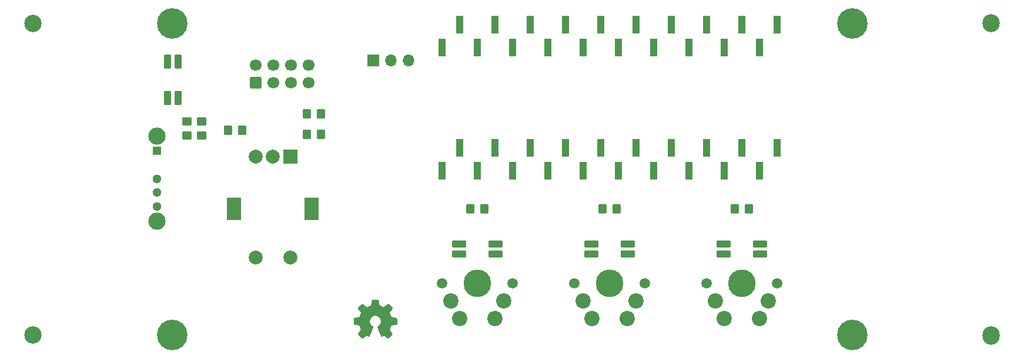
<source format=gbr>
%TF.GenerationSoftware,KiCad,Pcbnew,9.0.2*%
%TF.CreationDate,2025-07-08T15:37:37+02:00*%
%TF.ProjectId,MacroKeyPad,4d616372-6f4b-4657-9950-61642e6b6963,rev?*%
%TF.SameCoordinates,Original*%
%TF.FileFunction,Soldermask,Top*%
%TF.FilePolarity,Negative*%
%FSLAX46Y46*%
G04 Gerber Fmt 4.6, Leading zero omitted, Abs format (unit mm)*
G04 Created by KiCad (PCBNEW 9.0.2) date 2025-07-08 15:37:37*
%MOMM*%
%LPD*%
G01*
G04 APERTURE LIST*
G04 Aperture macros list*
%AMRoundRect*
0 Rectangle with rounded corners*
0 $1 Rounding radius*
0 $2 $3 $4 $5 $6 $7 $8 $9 X,Y pos of 4 corners*
0 Add a 4 corners polygon primitive as box body*
4,1,4,$2,$3,$4,$5,$6,$7,$8,$9,$2,$3,0*
0 Add four circle primitives for the rounded corners*
1,1,$1+$1,$2,$3*
1,1,$1+$1,$4,$5*
1,1,$1+$1,$6,$7*
1,1,$1+$1,$8,$9*
0 Add four rect primitives between the rounded corners*
20,1,$1+$1,$2,$3,$4,$5,0*
20,1,$1+$1,$4,$5,$6,$7,0*
20,1,$1+$1,$6,$7,$8,$9,0*
20,1,$1+$1,$8,$9,$2,$3,0*%
G04 Aperture macros list end*
%ADD10C,0.010000*%
%ADD11C,2.490000*%
%ADD12C,1.300000*%
%ADD13R,1.300000X1.300000*%
%ADD14RoundRect,0.250000X0.350000X0.450000X-0.350000X0.450000X-0.350000X-0.450000X0.350000X-0.450000X0*%
%ADD15RoundRect,0.250000X-0.350000X-0.450000X0.350000X-0.450000X0.350000X0.450000X-0.350000X0.450000X0*%
%ADD16RoundRect,0.250000X0.450000X-0.350000X0.450000X0.350000X-0.450000X0.350000X-0.450000X-0.350000X0*%
%ADD17RoundRect,0.250000X0.600000X-0.600000X0.600000X0.600000X-0.600000X0.600000X-0.600000X-0.600000X0*%
%ADD18C,1.700000*%
%ADD19C,1.498600*%
%ADD20C,3.987800*%
%ADD21C,2.200000*%
%ADD22RoundRect,0.102000X0.900000X0.410000X-0.900000X0.410000X-0.900000X-0.410000X0.900000X-0.410000X0*%
%ADD23C,2.500000*%
%ADD24C,2.600000*%
%ADD25C,4.400000*%
%ADD26RoundRect,0.102000X0.410000X-0.900000X0.410000X0.900000X-0.410000X0.900000X-0.410000X-0.900000X0*%
%ADD27R,1.700000X1.700000*%
%ADD28O,1.700000X1.700000*%
%ADD29R,2.000000X2.000000*%
%ADD30C,2.000000*%
%ADD31R,2.000000X3.200000*%
%ADD32R,1.000000X2.510000*%
G04 APERTURE END LIST*
D10*
%TO.C,REF\u002A\u002A*%
X145399878Y-96075622D02*
X145505612Y-96076201D01*
X145582132Y-96077768D01*
X145634372Y-96080818D01*
X145667263Y-96085842D01*
X145685737Y-96093335D01*
X145694727Y-96103790D01*
X145699163Y-96117699D01*
X145699594Y-96119500D01*
X145706333Y-96151991D01*
X145718808Y-96216098D01*
X145735719Y-96304997D01*
X145755771Y-96411865D01*
X145777664Y-96529879D01*
X145778429Y-96534024D01*
X145800359Y-96649677D01*
X145820877Y-96751860D01*
X145838659Y-96834444D01*
X145852381Y-96891302D01*
X145860718Y-96916304D01*
X145861116Y-96916747D01*
X145885677Y-96928956D01*
X145936315Y-96949302D01*
X146002095Y-96973391D01*
X146002461Y-96973520D01*
X146085317Y-97004664D01*
X146183000Y-97044337D01*
X146275077Y-97084227D01*
X146279434Y-97086199D01*
X146429407Y-97154266D01*
X146761498Y-96927485D01*
X146863374Y-96858350D01*
X146955657Y-96796543D01*
X147033003Y-96745579D01*
X147090064Y-96708973D01*
X147121495Y-96690240D01*
X147124479Y-96688850D01*
X147147321Y-96695036D01*
X147189982Y-96724881D01*
X147254128Y-96779793D01*
X147341421Y-96861180D01*
X147430535Y-96947768D01*
X147516441Y-97033093D01*
X147593327Y-97110954D01*
X147656564Y-97176543D01*
X147701523Y-97225051D01*
X147723576Y-97251671D01*
X147724396Y-97253041D01*
X147726834Y-97271309D01*
X147717650Y-97301141D01*
X147694574Y-97346567D01*
X147655337Y-97411616D01*
X147597670Y-97500316D01*
X147520795Y-97614503D01*
X147452570Y-97715008D01*
X147391582Y-97805149D01*
X147341356Y-97879695D01*
X147305416Y-97933411D01*
X147287287Y-97961064D01*
X147286146Y-97962941D01*
X147288359Y-97989436D01*
X147305138Y-98040932D01*
X147333142Y-98107697D01*
X147343122Y-98129018D01*
X147386672Y-98224005D01*
X147433134Y-98331783D01*
X147470877Y-98425038D01*
X147498073Y-98494252D01*
X147519675Y-98546852D01*
X147532158Y-98574343D01*
X147533709Y-98576462D01*
X147556668Y-98579970D01*
X147610786Y-98589584D01*
X147688868Y-98603935D01*
X147783719Y-98621653D01*
X147888143Y-98641371D01*
X147994944Y-98661720D01*
X148096926Y-98681332D01*
X148186894Y-98698837D01*
X148257653Y-98712868D01*
X148302006Y-98722055D01*
X148312885Y-98724653D01*
X148324122Y-98731064D01*
X148332605Y-98745543D01*
X148338714Y-98772979D01*
X148342832Y-98818257D01*
X148345341Y-98886266D01*
X148346621Y-98981893D01*
X148347054Y-99110026D01*
X148347077Y-99162547D01*
X148347077Y-99589691D01*
X148244500Y-99609937D01*
X148187431Y-99620916D01*
X148102269Y-99636941D01*
X147999372Y-99656079D01*
X147889096Y-99676397D01*
X147858615Y-99681978D01*
X147756855Y-99701763D01*
X147668205Y-99721219D01*
X147600108Y-99738543D01*
X147560004Y-99751934D01*
X147553323Y-99755925D01*
X147536919Y-99784188D01*
X147513399Y-99838955D01*
X147487316Y-99909434D01*
X147482142Y-99924615D01*
X147447956Y-100018742D01*
X147405523Y-100124947D01*
X147363997Y-100220319D01*
X147363792Y-100220762D01*
X147294640Y-100370371D01*
X147749512Y-101039463D01*
X147457500Y-101331962D01*
X147369180Y-101419016D01*
X147288625Y-101495755D01*
X147220360Y-101558083D01*
X147168908Y-101601902D01*
X147138794Y-101623116D01*
X147134474Y-101624462D01*
X147109111Y-101613862D01*
X147057358Y-101584393D01*
X146984868Y-101539551D01*
X146897294Y-101482830D01*
X146802612Y-101419308D01*
X146706516Y-101354514D01*
X146620837Y-101298133D01*
X146551016Y-101253634D01*
X146502494Y-101224485D01*
X146480782Y-101214154D01*
X146454293Y-101222896D01*
X146404062Y-101245933D01*
X146340451Y-101278477D01*
X146333708Y-101282095D01*
X146248046Y-101325056D01*
X146189306Y-101346125D01*
X146152772Y-101346349D01*
X146133731Y-101326774D01*
X146133620Y-101326500D01*
X146124102Y-101303318D01*
X146101403Y-101248287D01*
X146067282Y-101165668D01*
X146023500Y-101059718D01*
X145971816Y-100934698D01*
X145913992Y-100794866D01*
X145857991Y-100659483D01*
X145796447Y-100510080D01*
X145739939Y-100371678D01*
X145690161Y-100248519D01*
X145648806Y-100144848D01*
X145617568Y-100064905D01*
X145598141Y-100012934D01*
X145592154Y-99993538D01*
X145607168Y-99971289D01*
X145646439Y-99935828D01*
X145698807Y-99896733D01*
X145847941Y-99773091D01*
X145964511Y-99631368D01*
X146047118Y-99474550D01*
X146094366Y-99305621D01*
X146104857Y-99127568D01*
X146097231Y-99045385D01*
X146055682Y-98874877D01*
X145984123Y-98724305D01*
X145886995Y-98595155D01*
X145768734Y-98488910D01*
X145633780Y-98407056D01*
X145486571Y-98351078D01*
X145331544Y-98322461D01*
X145173139Y-98322690D01*
X145015794Y-98353251D01*
X144863946Y-98415628D01*
X144722035Y-98511306D01*
X144662803Y-98565418D01*
X144549203Y-98704366D01*
X144470106Y-98856207D01*
X144424986Y-99016513D01*
X144413316Y-99180858D01*
X144434569Y-99344817D01*
X144488220Y-99503964D01*
X144573740Y-99653871D01*
X144690605Y-99790113D01*
X144821193Y-99896733D01*
X144875588Y-99937488D01*
X144914014Y-99972564D01*
X144927846Y-99993572D01*
X144920603Y-100016481D01*
X144900005Y-100071211D01*
X144867746Y-100153518D01*
X144825521Y-100259161D01*
X144775023Y-100383896D01*
X144717948Y-100523482D01*
X144661854Y-100659516D01*
X144599967Y-100809047D01*
X144542644Y-100947613D01*
X144491644Y-101070953D01*
X144448727Y-101174810D01*
X144415653Y-101254926D01*
X144394181Y-101307041D01*
X144386225Y-101326500D01*
X144367429Y-101346269D01*
X144331074Y-101346211D01*
X144272479Y-101325287D01*
X144186968Y-101282459D01*
X144186292Y-101282095D01*
X144121907Y-101248858D01*
X144069861Y-101224648D01*
X144040512Y-101214250D01*
X144039217Y-101214154D01*
X144017124Y-101224701D01*
X143968348Y-101254030D01*
X143898331Y-101298673D01*
X143812514Y-101355160D01*
X143717388Y-101419308D01*
X143620540Y-101484257D01*
X143533253Y-101540742D01*
X143461181Y-101585267D01*
X143409977Y-101614336D01*
X143385526Y-101624462D01*
X143363010Y-101611153D01*
X143317742Y-101573958D01*
X143254244Y-101516974D01*
X143177039Y-101444295D01*
X143090651Y-101360017D01*
X143062399Y-101331862D01*
X142770287Y-101039262D01*
X142992631Y-100712950D01*
X143060202Y-100612743D01*
X143119507Y-100522809D01*
X143167217Y-100448356D01*
X143200007Y-100394597D01*
X143214548Y-100366740D01*
X143214974Y-100364758D01*
X143207308Y-100338501D01*
X143186689Y-100285683D01*
X143156685Y-100215156D01*
X143135625Y-100167939D01*
X143096248Y-100077540D01*
X143059165Y-99986212D01*
X143030415Y-99909046D01*
X143022605Y-99885538D01*
X143000417Y-99822762D01*
X142978727Y-99774257D01*
X142966813Y-99755925D01*
X142940523Y-99744705D01*
X142883142Y-99728800D01*
X142802118Y-99710013D01*
X142704895Y-99690145D01*
X142661385Y-99681978D01*
X142550896Y-99661675D01*
X142444916Y-99642016D01*
X142353801Y-99624934D01*
X142287908Y-99612364D01*
X142275500Y-99609937D01*
X142172923Y-99589691D01*
X142172923Y-99162547D01*
X142173153Y-99022092D01*
X142174099Y-98915825D01*
X142176141Y-98838859D01*
X142179662Y-98786306D01*
X142185043Y-98753279D01*
X142192666Y-98734891D01*
X142202912Y-98726254D01*
X142207115Y-98724653D01*
X142232470Y-98718973D01*
X142288484Y-98707641D01*
X142367964Y-98692025D01*
X142463712Y-98673493D01*
X142568533Y-98653415D01*
X142675232Y-98633158D01*
X142776613Y-98614092D01*
X142865479Y-98597585D01*
X142934637Y-98585005D01*
X142976889Y-98577721D01*
X142986290Y-98576462D01*
X142994807Y-98559609D01*
X143013660Y-98514716D01*
X143039324Y-98450276D01*
X143049123Y-98425038D01*
X143088648Y-98327532D01*
X143135192Y-98219805D01*
X143176877Y-98129018D01*
X143207550Y-98059599D01*
X143227956Y-98002556D01*
X143234768Y-97967623D01*
X143233682Y-97962941D01*
X143219285Y-97940837D01*
X143186412Y-97891677D01*
X143138590Y-97820694D01*
X143079348Y-97733124D01*
X143012215Y-97634203D01*
X142998941Y-97614676D01*
X142921046Y-97498986D01*
X142863787Y-97410890D01*
X142824881Y-97346332D01*
X142802044Y-97301257D01*
X142792994Y-97271609D01*
X142795448Y-97253331D01*
X142795511Y-97253215D01*
X142814827Y-97229207D01*
X142857551Y-97182793D01*
X142919051Y-97118783D01*
X142994698Y-97041991D01*
X143079861Y-96957228D01*
X143089465Y-96947768D01*
X143196790Y-96843835D01*
X143279615Y-96767521D01*
X143339605Y-96717417D01*
X143378423Y-96692116D01*
X143395520Y-96688850D01*
X143420473Y-96703096D01*
X143472255Y-96736002D01*
X143545520Y-96784054D01*
X143634920Y-96843736D01*
X143735111Y-96911534D01*
X143758501Y-96927485D01*
X144090593Y-97154266D01*
X144240565Y-97086199D01*
X144331770Y-97046531D01*
X144429669Y-97006637D01*
X144513831Y-96974829D01*
X144517538Y-96973520D01*
X144583369Y-96949422D01*
X144634116Y-96929046D01*
X144658842Y-96916782D01*
X144658884Y-96916747D01*
X144666729Y-96894580D01*
X144680066Y-96840063D01*
X144697570Y-96759326D01*
X144717917Y-96658496D01*
X144739782Y-96543702D01*
X144741571Y-96534024D01*
X144763504Y-96415750D01*
X144783640Y-96308388D01*
X144800680Y-96218763D01*
X144813328Y-96153697D01*
X144820284Y-96120014D01*
X144820406Y-96119500D01*
X144824639Y-96105171D01*
X144832871Y-96094353D01*
X144850033Y-96086552D01*
X144881058Y-96081275D01*
X144930878Y-96078028D01*
X145004424Y-96076318D01*
X145106629Y-96075653D01*
X145242425Y-96075539D01*
X145260000Y-96075538D01*
X145399878Y-96075622D01*
G36*
X145399878Y-96075622D02*
G01*
X145505612Y-96076201D01*
X145582132Y-96077768D01*
X145634372Y-96080818D01*
X145667263Y-96085842D01*
X145685737Y-96093335D01*
X145694727Y-96103790D01*
X145699163Y-96117699D01*
X145699594Y-96119500D01*
X145706333Y-96151991D01*
X145718808Y-96216098D01*
X145735719Y-96304997D01*
X145755771Y-96411865D01*
X145777664Y-96529879D01*
X145778429Y-96534024D01*
X145800359Y-96649677D01*
X145820877Y-96751860D01*
X145838659Y-96834444D01*
X145852381Y-96891302D01*
X145860718Y-96916304D01*
X145861116Y-96916747D01*
X145885677Y-96928956D01*
X145936315Y-96949302D01*
X146002095Y-96973391D01*
X146002461Y-96973520D01*
X146085317Y-97004664D01*
X146183000Y-97044337D01*
X146275077Y-97084227D01*
X146279434Y-97086199D01*
X146429407Y-97154266D01*
X146761498Y-96927485D01*
X146863374Y-96858350D01*
X146955657Y-96796543D01*
X147033003Y-96745579D01*
X147090064Y-96708973D01*
X147121495Y-96690240D01*
X147124479Y-96688850D01*
X147147321Y-96695036D01*
X147189982Y-96724881D01*
X147254128Y-96779793D01*
X147341421Y-96861180D01*
X147430535Y-96947768D01*
X147516441Y-97033093D01*
X147593327Y-97110954D01*
X147656564Y-97176543D01*
X147701523Y-97225051D01*
X147723576Y-97251671D01*
X147724396Y-97253041D01*
X147726834Y-97271309D01*
X147717650Y-97301141D01*
X147694574Y-97346567D01*
X147655337Y-97411616D01*
X147597670Y-97500316D01*
X147520795Y-97614503D01*
X147452570Y-97715008D01*
X147391582Y-97805149D01*
X147341356Y-97879695D01*
X147305416Y-97933411D01*
X147287287Y-97961064D01*
X147286146Y-97962941D01*
X147288359Y-97989436D01*
X147305138Y-98040932D01*
X147333142Y-98107697D01*
X147343122Y-98129018D01*
X147386672Y-98224005D01*
X147433134Y-98331783D01*
X147470877Y-98425038D01*
X147498073Y-98494252D01*
X147519675Y-98546852D01*
X147532158Y-98574343D01*
X147533709Y-98576462D01*
X147556668Y-98579970D01*
X147610786Y-98589584D01*
X147688868Y-98603935D01*
X147783719Y-98621653D01*
X147888143Y-98641371D01*
X147994944Y-98661720D01*
X148096926Y-98681332D01*
X148186894Y-98698837D01*
X148257653Y-98712868D01*
X148302006Y-98722055D01*
X148312885Y-98724653D01*
X148324122Y-98731064D01*
X148332605Y-98745543D01*
X148338714Y-98772979D01*
X148342832Y-98818257D01*
X148345341Y-98886266D01*
X148346621Y-98981893D01*
X148347054Y-99110026D01*
X148347077Y-99162547D01*
X148347077Y-99589691D01*
X148244500Y-99609937D01*
X148187431Y-99620916D01*
X148102269Y-99636941D01*
X147999372Y-99656079D01*
X147889096Y-99676397D01*
X147858615Y-99681978D01*
X147756855Y-99701763D01*
X147668205Y-99721219D01*
X147600108Y-99738543D01*
X147560004Y-99751934D01*
X147553323Y-99755925D01*
X147536919Y-99784188D01*
X147513399Y-99838955D01*
X147487316Y-99909434D01*
X147482142Y-99924615D01*
X147447956Y-100018742D01*
X147405523Y-100124947D01*
X147363997Y-100220319D01*
X147363792Y-100220762D01*
X147294640Y-100370371D01*
X147749512Y-101039463D01*
X147457500Y-101331962D01*
X147369180Y-101419016D01*
X147288625Y-101495755D01*
X147220360Y-101558083D01*
X147168908Y-101601902D01*
X147138794Y-101623116D01*
X147134474Y-101624462D01*
X147109111Y-101613862D01*
X147057358Y-101584393D01*
X146984868Y-101539551D01*
X146897294Y-101482830D01*
X146802612Y-101419308D01*
X146706516Y-101354514D01*
X146620837Y-101298133D01*
X146551016Y-101253634D01*
X146502494Y-101224485D01*
X146480782Y-101214154D01*
X146454293Y-101222896D01*
X146404062Y-101245933D01*
X146340451Y-101278477D01*
X146333708Y-101282095D01*
X146248046Y-101325056D01*
X146189306Y-101346125D01*
X146152772Y-101346349D01*
X146133731Y-101326774D01*
X146133620Y-101326500D01*
X146124102Y-101303318D01*
X146101403Y-101248287D01*
X146067282Y-101165668D01*
X146023500Y-101059718D01*
X145971816Y-100934698D01*
X145913992Y-100794866D01*
X145857991Y-100659483D01*
X145796447Y-100510080D01*
X145739939Y-100371678D01*
X145690161Y-100248519D01*
X145648806Y-100144848D01*
X145617568Y-100064905D01*
X145598141Y-100012934D01*
X145592154Y-99993538D01*
X145607168Y-99971289D01*
X145646439Y-99935828D01*
X145698807Y-99896733D01*
X145847941Y-99773091D01*
X145964511Y-99631368D01*
X146047118Y-99474550D01*
X146094366Y-99305621D01*
X146104857Y-99127568D01*
X146097231Y-99045385D01*
X146055682Y-98874877D01*
X145984123Y-98724305D01*
X145886995Y-98595155D01*
X145768734Y-98488910D01*
X145633780Y-98407056D01*
X145486571Y-98351078D01*
X145331544Y-98322461D01*
X145173139Y-98322690D01*
X145015794Y-98353251D01*
X144863946Y-98415628D01*
X144722035Y-98511306D01*
X144662803Y-98565418D01*
X144549203Y-98704366D01*
X144470106Y-98856207D01*
X144424986Y-99016513D01*
X144413316Y-99180858D01*
X144434569Y-99344817D01*
X144488220Y-99503964D01*
X144573740Y-99653871D01*
X144690605Y-99790113D01*
X144821193Y-99896733D01*
X144875588Y-99937488D01*
X144914014Y-99972564D01*
X144927846Y-99993572D01*
X144920603Y-100016481D01*
X144900005Y-100071211D01*
X144867746Y-100153518D01*
X144825521Y-100259161D01*
X144775023Y-100383896D01*
X144717948Y-100523482D01*
X144661854Y-100659516D01*
X144599967Y-100809047D01*
X144542644Y-100947613D01*
X144491644Y-101070953D01*
X144448727Y-101174810D01*
X144415653Y-101254926D01*
X144394181Y-101307041D01*
X144386225Y-101326500D01*
X144367429Y-101346269D01*
X144331074Y-101346211D01*
X144272479Y-101325287D01*
X144186968Y-101282459D01*
X144186292Y-101282095D01*
X144121907Y-101248858D01*
X144069861Y-101224648D01*
X144040512Y-101214250D01*
X144039217Y-101214154D01*
X144017124Y-101224701D01*
X143968348Y-101254030D01*
X143898331Y-101298673D01*
X143812514Y-101355160D01*
X143717388Y-101419308D01*
X143620540Y-101484257D01*
X143533253Y-101540742D01*
X143461181Y-101585267D01*
X143409977Y-101614336D01*
X143385526Y-101624462D01*
X143363010Y-101611153D01*
X143317742Y-101573958D01*
X143254244Y-101516974D01*
X143177039Y-101444295D01*
X143090651Y-101360017D01*
X143062399Y-101331862D01*
X142770287Y-101039262D01*
X142992631Y-100712950D01*
X143060202Y-100612743D01*
X143119507Y-100522809D01*
X143167217Y-100448356D01*
X143200007Y-100394597D01*
X143214548Y-100366740D01*
X143214974Y-100364758D01*
X143207308Y-100338501D01*
X143186689Y-100285683D01*
X143156685Y-100215156D01*
X143135625Y-100167939D01*
X143096248Y-100077540D01*
X143059165Y-99986212D01*
X143030415Y-99909046D01*
X143022605Y-99885538D01*
X143000417Y-99822762D01*
X142978727Y-99774257D01*
X142966813Y-99755925D01*
X142940523Y-99744705D01*
X142883142Y-99728800D01*
X142802118Y-99710013D01*
X142704895Y-99690145D01*
X142661385Y-99681978D01*
X142550896Y-99661675D01*
X142444916Y-99642016D01*
X142353801Y-99624934D01*
X142287908Y-99612364D01*
X142275500Y-99609937D01*
X142172923Y-99589691D01*
X142172923Y-99162547D01*
X142173153Y-99022092D01*
X142174099Y-98915825D01*
X142176141Y-98838859D01*
X142179662Y-98786306D01*
X142185043Y-98753279D01*
X142192666Y-98734891D01*
X142202912Y-98726254D01*
X142207115Y-98724653D01*
X142232470Y-98718973D01*
X142288484Y-98707641D01*
X142367964Y-98692025D01*
X142463712Y-98673493D01*
X142568533Y-98653415D01*
X142675232Y-98633158D01*
X142776613Y-98614092D01*
X142865479Y-98597585D01*
X142934637Y-98585005D01*
X142976889Y-98577721D01*
X142986290Y-98576462D01*
X142994807Y-98559609D01*
X143013660Y-98514716D01*
X143039324Y-98450276D01*
X143049123Y-98425038D01*
X143088648Y-98327532D01*
X143135192Y-98219805D01*
X143176877Y-98129018D01*
X143207550Y-98059599D01*
X143227956Y-98002556D01*
X143234768Y-97967623D01*
X143233682Y-97962941D01*
X143219285Y-97940837D01*
X143186412Y-97891677D01*
X143138590Y-97820694D01*
X143079348Y-97733124D01*
X143012215Y-97634203D01*
X142998941Y-97614676D01*
X142921046Y-97498986D01*
X142863787Y-97410890D01*
X142824881Y-97346332D01*
X142802044Y-97301257D01*
X142792994Y-97271609D01*
X142795448Y-97253331D01*
X142795511Y-97253215D01*
X142814827Y-97229207D01*
X142857551Y-97182793D01*
X142919051Y-97118783D01*
X142994698Y-97041991D01*
X143079861Y-96957228D01*
X143089465Y-96947768D01*
X143196790Y-96843835D01*
X143279615Y-96767521D01*
X143339605Y-96717417D01*
X143378423Y-96692116D01*
X143395520Y-96688850D01*
X143420473Y-96703096D01*
X143472255Y-96736002D01*
X143545520Y-96784054D01*
X143634920Y-96843736D01*
X143735111Y-96911534D01*
X143758501Y-96927485D01*
X144090593Y-97154266D01*
X144240565Y-97086199D01*
X144331770Y-97046531D01*
X144429669Y-97006637D01*
X144513831Y-96974829D01*
X144517538Y-96973520D01*
X144583369Y-96949422D01*
X144634116Y-96929046D01*
X144658842Y-96916782D01*
X144658884Y-96916747D01*
X144666729Y-96894580D01*
X144680066Y-96840063D01*
X144697570Y-96759326D01*
X144717917Y-96658496D01*
X144739782Y-96543702D01*
X144741571Y-96534024D01*
X144763504Y-96415750D01*
X144783640Y-96308388D01*
X144800680Y-96218763D01*
X144813328Y-96153697D01*
X144820284Y-96120014D01*
X144820406Y-96119500D01*
X144824639Y-96105171D01*
X144832871Y-96094353D01*
X144850033Y-96086552D01*
X144881058Y-96081275D01*
X144930878Y-96078028D01*
X145004424Y-96076318D01*
X145106629Y-96075653D01*
X145242425Y-96075539D01*
X145260000Y-96075538D01*
X145399878Y-96075622D01*
G37*
%TD*%
D11*
%TO.C,J3*%
X113880000Y-84770000D03*
X113880000Y-72470000D03*
D12*
X113880000Y-82620000D03*
X113880000Y-80620000D03*
X113880000Y-78620000D03*
D13*
X113880000Y-74620000D03*
%TD*%
D14*
%TO.C,R4*%
X180050000Y-83000000D03*
X178050000Y-83000000D03*
%TD*%
%TO.C,R5*%
X199100000Y-83000000D03*
X197100000Y-83000000D03*
%TD*%
D15*
%TO.C,R2*%
X124110000Y-71660000D03*
X126110000Y-71660000D03*
%TD*%
D16*
%TO.C,R7*%
X118120000Y-72360000D03*
X118120000Y-70360000D03*
%TD*%
D17*
%TO.C,J1*%
X128050000Y-64740500D03*
D18*
X128050000Y-62200500D03*
X130590000Y-64740500D03*
X130590000Y-62200500D03*
X133130000Y-64740500D03*
X133130000Y-62200500D03*
X135670000Y-64740500D03*
X135670000Y-62200500D03*
%TD*%
D19*
%TO.C,SW3*%
X184130000Y-93760000D03*
D20*
X179050000Y-93760000D03*
D19*
X173970000Y-93760000D03*
D21*
X182860000Y-96300000D03*
X175240000Y-96300000D03*
X181590000Y-98840000D03*
X176510000Y-98840000D03*
D22*
X181650000Y-89510000D03*
X181650000Y-88010000D03*
X176450000Y-88010000D03*
X176450000Y-89510000D03*
%TD*%
D23*
%TO.C,REF\u002A\u002A*%
X96010000Y-56210000D03*
X96010000Y-56210000D03*
%TD*%
D19*
%TO.C,SW1*%
X165080000Y-93760000D03*
D20*
X160000000Y-93760000D03*
D19*
X154920000Y-93760000D03*
D21*
X163810000Y-96300000D03*
X156190000Y-96300000D03*
X162540000Y-98840000D03*
X157460000Y-98840000D03*
D22*
X162600000Y-89510000D03*
X162600000Y-88010000D03*
X157400000Y-88010000D03*
X157400000Y-89510000D03*
%TD*%
D14*
%TO.C,R8*%
X137460000Y-69220000D03*
X135460000Y-69220000D03*
%TD*%
D16*
%TO.C,R6*%
X120290000Y-72360000D03*
X120290000Y-70360000D03*
%TD*%
D23*
%TO.C,REF\u002A\u002A*%
X234010000Y-101210000D03*
X234010000Y-101310000D03*
%TD*%
D24*
%TO.C,REF\u002A\u002A*%
X214010000Y-56210000D03*
D25*
X214010000Y-56210000D03*
%TD*%
D26*
%TO.C,D2*%
X116890000Y-61750000D03*
X115390000Y-61750000D03*
X115390000Y-66950000D03*
X116890000Y-66950000D03*
%TD*%
D27*
%TO.C,J2*%
X145040000Y-61510000D03*
D28*
X147580000Y-61510000D03*
X150120000Y-61510000D03*
%TD*%
D24*
%TO.C,REF\u002A\u002A*%
X116010000Y-56210000D03*
D25*
X116010000Y-56210000D03*
%TD*%
D24*
%TO.C,REF\u002A\u002A*%
X214010000Y-101210000D03*
D25*
X214010000Y-101210000D03*
%TD*%
D14*
%TO.C,R3*%
X137460000Y-72220000D03*
X135460000Y-72220000D03*
%TD*%
D24*
%TO.C,REF\u002A\u002A*%
X116010000Y-101210000D03*
D25*
X116010000Y-101210000D03*
%TD*%
D29*
%TO.C,SW2*%
X133050000Y-75460000D03*
D30*
X128050000Y-75460000D03*
X130550000Y-75460000D03*
D31*
X136150000Y-82960000D03*
X124950000Y-82960000D03*
D30*
X128050000Y-89960000D03*
X133050000Y-89960000D03*
%TD*%
D23*
%TO.C,REF\u002A\u002A*%
X96000000Y-101210000D03*
X96000000Y-101210000D03*
%TD*%
%TO.C,REF\u002A\u002A*%
X234010000Y-56110000D03*
X234010000Y-56210000D03*
%TD*%
D14*
%TO.C,R1*%
X161000000Y-83000000D03*
X159000000Y-83000000D03*
%TD*%
D32*
%TO.C,U1*%
X203180000Y-56415000D03*
X200640000Y-59725000D03*
X198100000Y-56415000D03*
X195560000Y-59725000D03*
X193020000Y-56415000D03*
X190480000Y-59725000D03*
X187940000Y-56415000D03*
X185400000Y-59725000D03*
X182860000Y-56415000D03*
X180320000Y-59725000D03*
X177780000Y-56415000D03*
X175240000Y-59725000D03*
X172700000Y-56415000D03*
X170160000Y-59725000D03*
X167620000Y-56415000D03*
X165080000Y-59725000D03*
X162540000Y-56415000D03*
X160000000Y-59725000D03*
X157460000Y-56415000D03*
X154920000Y-59725000D03*
X154920000Y-77505000D03*
X157460000Y-74195000D03*
X160000000Y-77505000D03*
X162540000Y-74195000D03*
X165080000Y-77505000D03*
X167620000Y-74195000D03*
X170160000Y-77505000D03*
X172700000Y-74195000D03*
X175240000Y-77505000D03*
X177780000Y-74195000D03*
X180320000Y-77505000D03*
X182860000Y-74195000D03*
X185400000Y-77505000D03*
X187940000Y-74195000D03*
X190480000Y-77505000D03*
X193020000Y-74195000D03*
X195560000Y-77505000D03*
X198100000Y-74195000D03*
X200640000Y-77505000D03*
X203180000Y-74195000D03*
%TD*%
D19*
%TO.C,SW4*%
X203180000Y-93760000D03*
D20*
X198100000Y-93760000D03*
D19*
X193020000Y-93760000D03*
D21*
X201910000Y-96300000D03*
X194290000Y-96300000D03*
X200640000Y-98840000D03*
X195560000Y-98840000D03*
D22*
X200700000Y-89510000D03*
X200700000Y-88010000D03*
X195500000Y-88010000D03*
X195500000Y-89510000D03*
%TD*%
M02*

</source>
